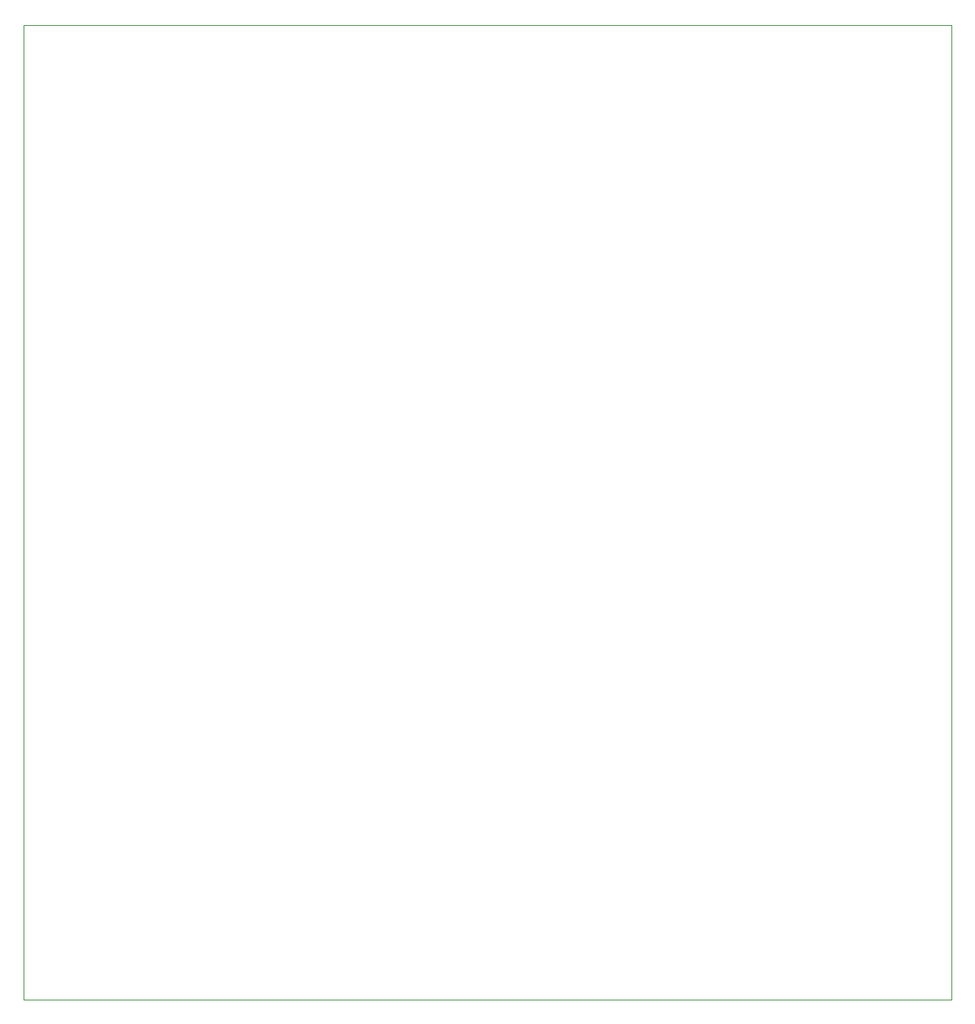
<source format=gbr>
%TF.GenerationSoftware,KiCad,Pcbnew,(6.0.4-0)*%
%TF.CreationDate,2024-05-14T12:36:05+10:00*%
%TF.ProjectId,octal keyboard,6f637461-6c20-46b6-9579-626f6172642e,rev?*%
%TF.SameCoordinates,Original*%
%TF.FileFunction,Profile,NP*%
%FSLAX46Y46*%
G04 Gerber Fmt 4.6, Leading zero omitted, Abs format (unit mm)*
G04 Created by KiCad (PCBNEW (6.0.4-0)) date 2024-05-14 12:36:05*
%MOMM*%
%LPD*%
G01*
G04 APERTURE LIST*
%TA.AperFunction,Profile*%
%ADD10C,0.050000*%
%TD*%
G04 APERTURE END LIST*
D10*
X104000000Y-145000000D02*
X200000000Y-145000000D01*
X103000000Y-40000000D02*
X104000000Y-40000000D01*
X201500000Y-145000000D02*
X200000000Y-145000000D01*
X101500000Y-145000000D02*
X103000000Y-145000000D01*
X200000000Y-40000000D02*
X104000000Y-40000000D01*
X104000000Y-145000000D02*
X103000000Y-145000000D01*
X200000000Y-40000000D02*
X201500000Y-40000000D01*
X201500000Y-40000000D02*
X201500000Y-145000000D01*
X103000000Y-40000000D02*
X101500000Y-40000000D01*
X101500000Y-40000000D02*
X101500000Y-145000000D01*
M02*

</source>
